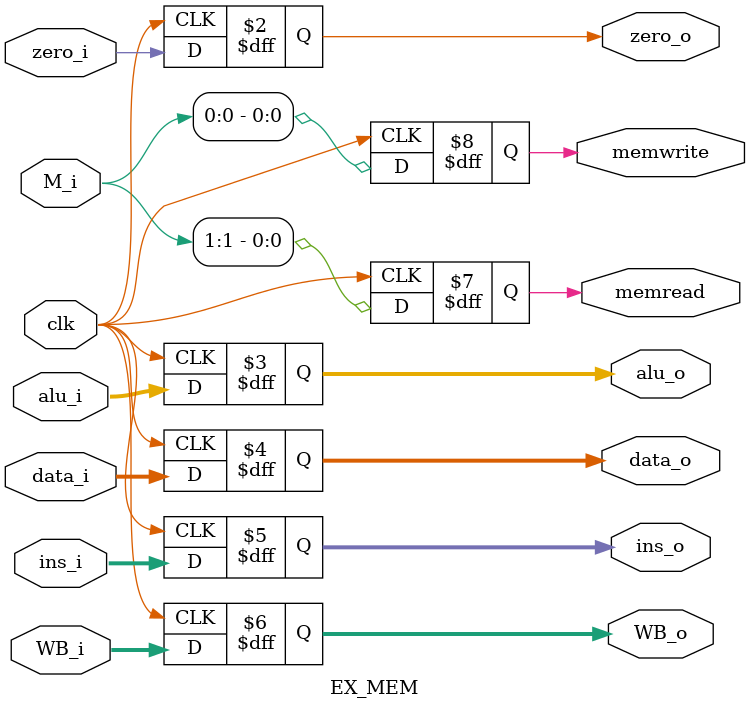
<source format=v>
`timescale 1ns / 1ps

module EX_MEM(
    input       clk,
    input [1:0] WB_i,
    input [1:0]    M_i,
	 input		 zero_i,
    input [31:0] alu_i,
	 input [31:0] data_i,
	 input [4:0] ins_i,
	 output reg 		 zero_o,
	 output reg [31:0] alu_o,
	 output reg [31:0] data_o,
	 output reg [4:0] ins_o,
	 output  reg [1:0]  WB_o,
    output reg      memread,
    output reg      memwrite
    );

always @(posedge clk) begin
    memread=M_i[1];
    memwrite=M_i[0];
    WB_o=WB_i;
	 zero_o=zero_i;
	 alu_o=alu_i;
	 data_o=data_i;
	 ins_o=ins_i;
	 
end

endmodule

</source>
